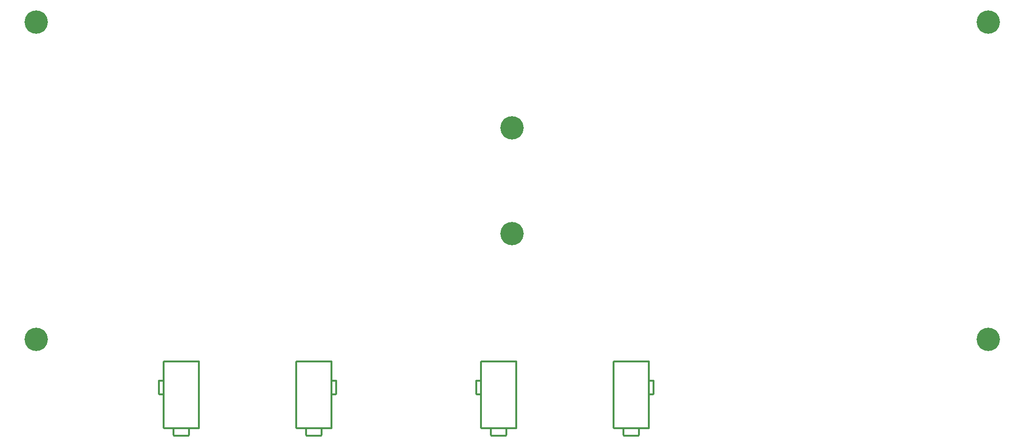
<source format=gbs>
G04 #@! TF.GenerationSoftware,KiCad,Pcbnew,(5.1.10-1-10_14)*
G04 #@! TF.CreationDate,2021-10-07T22:12:16+10:00*
G04 #@! TF.ProjectId,WTL-62-TOP,57544c2d-3632-42d5-944f-502e6b696361,rev?*
G04 #@! TF.SameCoordinates,Original*
G04 #@! TF.FileFunction,Soldermask,Bot*
G04 #@! TF.FilePolarity,Negative*
%FSLAX46Y46*%
G04 Gerber Fmt 4.6, Leading zero omitted, Abs format (unit mm)*
G04 Created by KiCad (PCBNEW (5.1.10-1-10_14)) date 2021-10-07 22:12:16*
%MOMM*%
%LPD*%
G01*
G04 APERTURE LIST*
%ADD10O,3.048000X0.304800*%
%ADD11O,6.654800X0.304800*%
%ADD12O,0.304800X12.293600*%
%ADD13O,0.304800X2.794000*%
%ADD14O,0.304800X1.473200*%
%ADD15O,1.168400X0.304800*%
%ADD16C,4.200000*%
G04 APERTURE END LIST*
D10*
X171481750Y-179222400D03*
D11*
X171481750Y-165912800D03*
D12*
X168306750Y-171907200D03*
D11*
X171481750Y-177901600D03*
D12*
X174656750Y-171907200D03*
D13*
X175520350Y-170561000D03*
D14*
X170110150Y-178562000D03*
D15*
X175088550Y-169316400D03*
D14*
X172853350Y-178562000D03*
D15*
X175088550Y-171805600D03*
D11*
X147605750Y-165912800D03*
D15*
X143998950Y-169316400D03*
D13*
X143567150Y-170561000D03*
D12*
X144430750Y-171907200D03*
X150780750Y-171907200D03*
D11*
X147605750Y-177901600D03*
D15*
X143998950Y-171805600D03*
D14*
X146234150Y-178562000D03*
X148977350Y-178562000D03*
D10*
X147605750Y-179222400D03*
X90455750Y-179222400D03*
D14*
X91827350Y-178562000D03*
X89084150Y-178562000D03*
D15*
X86848950Y-171805600D03*
D11*
X90455750Y-177901600D03*
D12*
X93630750Y-171907200D03*
X87280750Y-171907200D03*
D13*
X86417150Y-170561000D03*
D15*
X86848950Y-169316400D03*
D11*
X90455750Y-165912800D03*
D15*
X117938550Y-171805600D03*
D14*
X115703350Y-178562000D03*
D15*
X117938550Y-169316400D03*
D14*
X112960150Y-178562000D03*
D13*
X118370350Y-170561000D03*
D12*
X117506750Y-171907200D03*
D11*
X114331750Y-177901600D03*
D12*
X111156750Y-171907200D03*
D11*
X114331750Y-165912800D03*
D10*
X114331750Y-179222400D03*
D16*
X150018750Y-142875000D03*
X150018750Y-123825000D03*
X235743750Y-104775000D03*
X235743750Y-161925000D03*
X64293750Y-161925000D03*
X64293750Y-104775000D03*
M02*

</source>
